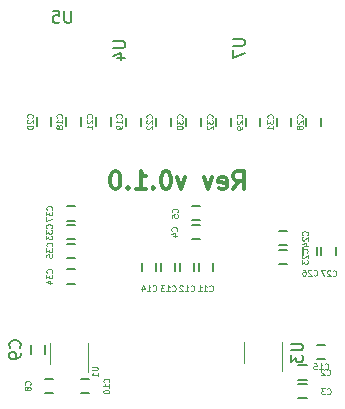
<source format=gbr>
G04 #@! TF.FileFunction,Legend,Bot*
%FSLAX46Y46*%
G04 Gerber Fmt 4.6, Leading zero omitted, Abs format (unit mm)*
G04 Created by KiCad (PCBNEW 4.0.4-stable) date Wednesday, May 10, 2017 'PMt' 03:49:53 PM*
%MOMM*%
%LPD*%
G01*
G04 APERTURE LIST*
%ADD10C,0.100000*%
%ADD11C,0.300000*%
%ADD12C,0.150000*%
%ADD13C,0.120000*%
%ADD14C,0.080000*%
G04 APERTURE END LIST*
D10*
D11*
X51361539Y-48049571D02*
X51861539Y-47335286D01*
X52218682Y-48049571D02*
X52218682Y-46549571D01*
X51647254Y-46549571D01*
X51504396Y-46621000D01*
X51432968Y-46692429D01*
X51361539Y-46835286D01*
X51361539Y-47049571D01*
X51432968Y-47192429D01*
X51504396Y-47263857D01*
X51647254Y-47335286D01*
X52218682Y-47335286D01*
X50147254Y-47978143D02*
X50290111Y-48049571D01*
X50575825Y-48049571D01*
X50718682Y-47978143D01*
X50790111Y-47835286D01*
X50790111Y-47263857D01*
X50718682Y-47121000D01*
X50575825Y-47049571D01*
X50290111Y-47049571D01*
X50147254Y-47121000D01*
X50075825Y-47263857D01*
X50075825Y-47406714D01*
X50790111Y-47549571D01*
X49575825Y-47049571D02*
X49218682Y-48049571D01*
X48861540Y-47049571D01*
X47290111Y-47049571D02*
X46932968Y-48049571D01*
X46575826Y-47049571D01*
X45718683Y-46549571D02*
X45575826Y-46549571D01*
X45432969Y-46621000D01*
X45361540Y-46692429D01*
X45290111Y-46835286D01*
X45218683Y-47121000D01*
X45218683Y-47478143D01*
X45290111Y-47763857D01*
X45361540Y-47906714D01*
X45432969Y-47978143D01*
X45575826Y-48049571D01*
X45718683Y-48049571D01*
X45861540Y-47978143D01*
X45932969Y-47906714D01*
X46004397Y-47763857D01*
X46075826Y-47478143D01*
X46075826Y-47121000D01*
X46004397Y-46835286D01*
X45932969Y-46692429D01*
X45861540Y-46621000D01*
X45718683Y-46549571D01*
X44575826Y-47906714D02*
X44504398Y-47978143D01*
X44575826Y-48049571D01*
X44647255Y-47978143D01*
X44575826Y-47906714D01*
X44575826Y-48049571D01*
X43075826Y-48049571D02*
X43932969Y-48049571D01*
X43504397Y-48049571D02*
X43504397Y-46549571D01*
X43647254Y-46763857D01*
X43790112Y-46906714D01*
X43932969Y-46978143D01*
X42432969Y-47906714D02*
X42361541Y-47978143D01*
X42432969Y-48049571D01*
X42504398Y-47978143D01*
X42432969Y-47906714D01*
X42432969Y-48049571D01*
X41432969Y-46549571D02*
X41290112Y-46549571D01*
X41147255Y-46621000D01*
X41075826Y-46692429D01*
X41004397Y-46835286D01*
X40932969Y-47121000D01*
X40932969Y-47478143D01*
X41004397Y-47763857D01*
X41075826Y-47906714D01*
X41147255Y-47978143D01*
X41290112Y-48049571D01*
X41432969Y-48049571D01*
X41575826Y-47978143D01*
X41647255Y-47906714D01*
X41718683Y-47763857D01*
X41790112Y-47478143D01*
X41790112Y-47121000D01*
X41718683Y-46835286D01*
X41647255Y-46692429D01*
X41575826Y-46621000D01*
X41432969Y-46549571D01*
D12*
X57548260Y-62981280D02*
X56848260Y-62981280D01*
X56848260Y-64181280D02*
X57548260Y-64181280D01*
X57548260Y-64566240D02*
X56848260Y-64566240D01*
X56848260Y-65766240D02*
X57548260Y-65766240D01*
X47846500Y-52263600D02*
X48546500Y-52263600D01*
X48546500Y-51063600D02*
X47846500Y-51063600D01*
X47846500Y-50701500D02*
X48546500Y-50701500D01*
X48546500Y-49501500D02*
X47846500Y-49501500D01*
X36113200Y-64119200D02*
X35413200Y-64119200D01*
X35413200Y-65319200D02*
X36113200Y-65319200D01*
X34210700Y-61283100D02*
X34210700Y-61983100D01*
X35410700Y-61983100D02*
X35410700Y-61283100D01*
X38423100Y-65319200D02*
X39123100Y-65319200D01*
X39123100Y-64119200D02*
X38423100Y-64119200D01*
X49602125Y-54997462D02*
X49602125Y-54297462D01*
X48402125Y-54297462D02*
X48402125Y-54997462D01*
X48001925Y-54997462D02*
X48001925Y-54297462D01*
X46801925Y-54297462D02*
X46801925Y-54997462D01*
X46424923Y-54988801D02*
X46424923Y-54288801D01*
X45224923Y-54288801D02*
X45224923Y-54988801D01*
X44824724Y-55001501D02*
X44824724Y-54301501D01*
X43624724Y-54301501D02*
X43624724Y-55001501D01*
X58400200Y-62461700D02*
X59100200Y-62461700D01*
X59100200Y-61261700D02*
X58400200Y-61261700D01*
X37220600Y-41966400D02*
X37220600Y-42666400D01*
X38420600Y-42666400D02*
X38420600Y-41966400D01*
X42287900Y-42004500D02*
X42287900Y-42704500D01*
X43487900Y-42704500D02*
X43487900Y-42004500D01*
X34718700Y-41979100D02*
X34718700Y-42679100D01*
X35918700Y-42679100D02*
X35918700Y-41979100D01*
X39760600Y-41979100D02*
X39760600Y-42679100D01*
X40960600Y-42679100D02*
X40960600Y-41979100D01*
X44827900Y-42004500D02*
X44827900Y-42704500D01*
X46027900Y-42704500D02*
X46027900Y-42004500D01*
X55917580Y-53181960D02*
X55217580Y-53181960D01*
X55217580Y-54381960D02*
X55917580Y-54381960D01*
X55902340Y-51612240D02*
X55202340Y-51612240D01*
X55202340Y-52812240D02*
X55902340Y-52812240D01*
X57235800Y-52939200D02*
X57235800Y-53639200D01*
X58435800Y-53639200D02*
X58435800Y-52939200D01*
X58810600Y-52939200D02*
X58810600Y-53639200D01*
X60010600Y-53639200D02*
X60010600Y-52939200D01*
X58740600Y-42704500D02*
X58740600Y-42004500D01*
X57540600Y-42004500D02*
X57540600Y-42704500D01*
X53635200Y-42704500D02*
X53635200Y-42004500D01*
X52435200Y-42004500D02*
X52435200Y-42704500D01*
X48580600Y-42704500D02*
X48580600Y-42004500D01*
X47380600Y-42004500D02*
X47380600Y-42704500D01*
X56238700Y-42704500D02*
X56238700Y-42004500D01*
X55038700Y-42004500D02*
X55038700Y-42704500D01*
X51120600Y-42704500D02*
X51120600Y-42004500D01*
X49920600Y-42004500D02*
X49920600Y-42704500D01*
X37229300Y-52276300D02*
X37929300Y-52276300D01*
X37929300Y-51076300D02*
X37229300Y-51076300D01*
X37929300Y-54848200D02*
X37229300Y-54848200D01*
X37229300Y-56048200D02*
X37929300Y-56048200D01*
X37929300Y-52663800D02*
X37229300Y-52663800D01*
X37229300Y-53863800D02*
X37929300Y-53863800D01*
X37229300Y-50714200D02*
X37929300Y-50714200D01*
X37929300Y-49514200D02*
X37229300Y-49514200D01*
D13*
X35829600Y-62888700D02*
X35829600Y-61088700D01*
X39049600Y-61088700D02*
X39049600Y-63538700D01*
X52281180Y-62789640D02*
X52281180Y-60989640D01*
X55501180Y-60989640D02*
X55501180Y-63439640D01*
D14*
X59237393Y-63759851D02*
X59261203Y-63783661D01*
X59332631Y-63807470D01*
X59380250Y-63807470D01*
X59451679Y-63783661D01*
X59499298Y-63736042D01*
X59523107Y-63688423D01*
X59546917Y-63593185D01*
X59546917Y-63521756D01*
X59523107Y-63426518D01*
X59499298Y-63378899D01*
X59451679Y-63331280D01*
X59380250Y-63307470D01*
X59332631Y-63307470D01*
X59261203Y-63331280D01*
X59237393Y-63355090D01*
X59046917Y-63355090D02*
X59023107Y-63331280D01*
X58975488Y-63307470D01*
X58856441Y-63307470D01*
X58808822Y-63331280D01*
X58785012Y-63355090D01*
X58761203Y-63402709D01*
X58761203Y-63450328D01*
X58785012Y-63521756D01*
X59070726Y-63807470D01*
X58761203Y-63807470D01*
X59288193Y-65370211D02*
X59312003Y-65394021D01*
X59383431Y-65417830D01*
X59431050Y-65417830D01*
X59502479Y-65394021D01*
X59550098Y-65346402D01*
X59573907Y-65298783D01*
X59597717Y-65203545D01*
X59597717Y-65132116D01*
X59573907Y-65036878D01*
X59550098Y-64989259D01*
X59502479Y-64941640D01*
X59431050Y-64917830D01*
X59383431Y-64917830D01*
X59312003Y-64941640D01*
X59288193Y-64965450D01*
X59121526Y-64917830D02*
X58812003Y-64917830D01*
X58978669Y-65108307D01*
X58907241Y-65108307D01*
X58859622Y-65132116D01*
X58835812Y-65155926D01*
X58812003Y-65203545D01*
X58812003Y-65322592D01*
X58835812Y-65370211D01*
X58859622Y-65394021D01*
X58907241Y-65417830D01*
X59050098Y-65417830D01*
X59097717Y-65394021D01*
X59121526Y-65370211D01*
X46558971Y-51580267D02*
X46582781Y-51556457D01*
X46606590Y-51485029D01*
X46606590Y-51437410D01*
X46582781Y-51365981D01*
X46535162Y-51318362D01*
X46487543Y-51294553D01*
X46392305Y-51270743D01*
X46320876Y-51270743D01*
X46225638Y-51294553D01*
X46178019Y-51318362D01*
X46130400Y-51365981D01*
X46106590Y-51437410D01*
X46106590Y-51485029D01*
X46130400Y-51556457D01*
X46154210Y-51580267D01*
X46273257Y-52008838D02*
X46606590Y-52008838D01*
X46082781Y-51889791D02*
X46439924Y-51770743D01*
X46439924Y-52080267D01*
X46597071Y-50005467D02*
X46620881Y-49981657D01*
X46644690Y-49910229D01*
X46644690Y-49862610D01*
X46620881Y-49791181D01*
X46573262Y-49743562D01*
X46525643Y-49719753D01*
X46430405Y-49695943D01*
X46358976Y-49695943D01*
X46263738Y-49719753D01*
X46216119Y-49743562D01*
X46168500Y-49791181D01*
X46144690Y-49862610D01*
X46144690Y-49910229D01*
X46168500Y-49981657D01*
X46192310Y-50005467D01*
X46144690Y-50457848D02*
X46144690Y-50219753D01*
X46382786Y-50195943D01*
X46358976Y-50219753D01*
X46335167Y-50267372D01*
X46335167Y-50386419D01*
X46358976Y-50434038D01*
X46382786Y-50457848D01*
X46430405Y-50481657D01*
X46549452Y-50481657D01*
X46597071Y-50457848D01*
X46620881Y-50434038D01*
X46644690Y-50386419D01*
X46644690Y-50267372D01*
X46620881Y-50219753D01*
X46597071Y-50195943D01*
X34138371Y-64610467D02*
X34162181Y-64586657D01*
X34185990Y-64515229D01*
X34185990Y-64467610D01*
X34162181Y-64396181D01*
X34114562Y-64348562D01*
X34066943Y-64324753D01*
X33971705Y-64300943D01*
X33900276Y-64300943D01*
X33805038Y-64324753D01*
X33757419Y-64348562D01*
X33709800Y-64396181D01*
X33685990Y-64467610D01*
X33685990Y-64515229D01*
X33709800Y-64586657D01*
X33733610Y-64610467D01*
X33900276Y-64896181D02*
X33876467Y-64848562D01*
X33852657Y-64824753D01*
X33805038Y-64800943D01*
X33781229Y-64800943D01*
X33733610Y-64824753D01*
X33709800Y-64848562D01*
X33685990Y-64896181D01*
X33685990Y-64991419D01*
X33709800Y-65039038D01*
X33733610Y-65062848D01*
X33781229Y-65086657D01*
X33805038Y-65086657D01*
X33852657Y-65062848D01*
X33876467Y-65039038D01*
X33900276Y-64991419D01*
X33900276Y-64896181D01*
X33924086Y-64848562D01*
X33947895Y-64824753D01*
X33995514Y-64800943D01*
X34090752Y-64800943D01*
X34138371Y-64824753D01*
X34162181Y-64848562D01*
X34185990Y-64896181D01*
X34185990Y-64991419D01*
X34162181Y-65039038D01*
X34138371Y-65062848D01*
X34090752Y-65086657D01*
X33995514Y-65086657D01*
X33947895Y-65062848D01*
X33924086Y-65039038D01*
X33900276Y-64991419D01*
D12*
X33267843Y-61466434D02*
X33315462Y-61418815D01*
X33363081Y-61275958D01*
X33363081Y-61180720D01*
X33315462Y-61037862D01*
X33220224Y-60942624D01*
X33124986Y-60895005D01*
X32934510Y-60847386D01*
X32791652Y-60847386D01*
X32601176Y-60895005D01*
X32505938Y-60942624D01*
X32410700Y-61037862D01*
X32363081Y-61180720D01*
X32363081Y-61275958D01*
X32410700Y-61418815D01*
X32458319Y-61466434D01*
X33363081Y-61942624D02*
X33363081Y-62133100D01*
X33315462Y-62228339D01*
X33267843Y-62275958D01*
X33124986Y-62371196D01*
X32934510Y-62418815D01*
X32553557Y-62418815D01*
X32458319Y-62371196D01*
X32410700Y-62323577D01*
X32363081Y-62228339D01*
X32363081Y-62037862D01*
X32410700Y-61942624D01*
X32458319Y-61895005D01*
X32553557Y-61847386D01*
X32791652Y-61847386D01*
X32886890Y-61895005D01*
X32934510Y-61942624D01*
X32982129Y-62037862D01*
X32982129Y-62228339D01*
X32934510Y-62323577D01*
X32886890Y-62371196D01*
X32791652Y-62418815D01*
D14*
X40805871Y-64397772D02*
X40829681Y-64373962D01*
X40853490Y-64302534D01*
X40853490Y-64254915D01*
X40829681Y-64183486D01*
X40782062Y-64135867D01*
X40734443Y-64112058D01*
X40639205Y-64088248D01*
X40567776Y-64088248D01*
X40472538Y-64112058D01*
X40424919Y-64135867D01*
X40377300Y-64183486D01*
X40353490Y-64254915D01*
X40353490Y-64302534D01*
X40377300Y-64373962D01*
X40401110Y-64397772D01*
X40853490Y-64873962D02*
X40853490Y-64588248D01*
X40853490Y-64731105D02*
X40353490Y-64731105D01*
X40424919Y-64683486D01*
X40472538Y-64635867D01*
X40496348Y-64588248D01*
X40353490Y-65183486D02*
X40353490Y-65231105D01*
X40377300Y-65278724D01*
X40401110Y-65302533D01*
X40448729Y-65326343D01*
X40543967Y-65350152D01*
X40663014Y-65350152D01*
X40758252Y-65326343D01*
X40805871Y-65302533D01*
X40829681Y-65278724D01*
X40853490Y-65231105D01*
X40853490Y-65183486D01*
X40829681Y-65135867D01*
X40805871Y-65112057D01*
X40758252Y-65088248D01*
X40663014Y-65064438D01*
X40543967Y-65064438D01*
X40448729Y-65088248D01*
X40401110Y-65112057D01*
X40377300Y-65135867D01*
X40353490Y-65183486D01*
X49323553Y-56654833D02*
X49347363Y-56678643D01*
X49418791Y-56702452D01*
X49466410Y-56702452D01*
X49537839Y-56678643D01*
X49585458Y-56631024D01*
X49609267Y-56583405D01*
X49633077Y-56488167D01*
X49633077Y-56416738D01*
X49609267Y-56321500D01*
X49585458Y-56273881D01*
X49537839Y-56226262D01*
X49466410Y-56202452D01*
X49418791Y-56202452D01*
X49347363Y-56226262D01*
X49323553Y-56250072D01*
X48847363Y-56702452D02*
X49133077Y-56702452D01*
X48990220Y-56702452D02*
X48990220Y-56202452D01*
X49037839Y-56273881D01*
X49085458Y-56321500D01*
X49133077Y-56345310D01*
X48371173Y-56702452D02*
X48656887Y-56702452D01*
X48514030Y-56702452D02*
X48514030Y-56202452D01*
X48561649Y-56273881D01*
X48609268Y-56321500D01*
X48656887Y-56345310D01*
X47723353Y-56654833D02*
X47747163Y-56678643D01*
X47818591Y-56702452D01*
X47866210Y-56702452D01*
X47937639Y-56678643D01*
X47985258Y-56631024D01*
X48009067Y-56583405D01*
X48032877Y-56488167D01*
X48032877Y-56416738D01*
X48009067Y-56321500D01*
X47985258Y-56273881D01*
X47937639Y-56226262D01*
X47866210Y-56202452D01*
X47818591Y-56202452D01*
X47747163Y-56226262D01*
X47723353Y-56250072D01*
X47247163Y-56702452D02*
X47532877Y-56702452D01*
X47390020Y-56702452D02*
X47390020Y-56202452D01*
X47437639Y-56273881D01*
X47485258Y-56321500D01*
X47532877Y-56345310D01*
X47056687Y-56250072D02*
X47032877Y-56226262D01*
X46985258Y-56202452D01*
X46866211Y-56202452D01*
X46818592Y-56226262D01*
X46794782Y-56250072D01*
X46770973Y-56297691D01*
X46770973Y-56345310D01*
X46794782Y-56416738D01*
X47080496Y-56702452D01*
X46770973Y-56702452D01*
X46146351Y-56658872D02*
X46170161Y-56682682D01*
X46241589Y-56706491D01*
X46289208Y-56706491D01*
X46360637Y-56682682D01*
X46408256Y-56635063D01*
X46432065Y-56587444D01*
X46455875Y-56492206D01*
X46455875Y-56420777D01*
X46432065Y-56325539D01*
X46408256Y-56277920D01*
X46360637Y-56230301D01*
X46289208Y-56206491D01*
X46241589Y-56206491D01*
X46170161Y-56230301D01*
X46146351Y-56254111D01*
X45670161Y-56706491D02*
X45955875Y-56706491D01*
X45813018Y-56706491D02*
X45813018Y-56206491D01*
X45860637Y-56277920D01*
X45908256Y-56325539D01*
X45955875Y-56349349D01*
X45503494Y-56206491D02*
X45193971Y-56206491D01*
X45360637Y-56396968D01*
X45289209Y-56396968D01*
X45241590Y-56420777D01*
X45217780Y-56444587D01*
X45193971Y-56492206D01*
X45193971Y-56611253D01*
X45217780Y-56658872D01*
X45241590Y-56682682D01*
X45289209Y-56706491D01*
X45432066Y-56706491D01*
X45479685Y-56682682D01*
X45503494Y-56658872D01*
X44520752Y-56633472D02*
X44544562Y-56657282D01*
X44615990Y-56681091D01*
X44663609Y-56681091D01*
X44735038Y-56657282D01*
X44782657Y-56609663D01*
X44806466Y-56562044D01*
X44830276Y-56466806D01*
X44830276Y-56395377D01*
X44806466Y-56300139D01*
X44782657Y-56252520D01*
X44735038Y-56204901D01*
X44663609Y-56181091D01*
X44615990Y-56181091D01*
X44544562Y-56204901D01*
X44520752Y-56228711D01*
X44044562Y-56681091D02*
X44330276Y-56681091D01*
X44187419Y-56681091D02*
X44187419Y-56181091D01*
X44235038Y-56252520D01*
X44282657Y-56300139D01*
X44330276Y-56323949D01*
X43615991Y-56347758D02*
X43615991Y-56681091D01*
X43735038Y-56157282D02*
X43854086Y-56514425D01*
X43544562Y-56514425D01*
X59071628Y-63259471D02*
X59095438Y-63283281D01*
X59166866Y-63307090D01*
X59214485Y-63307090D01*
X59285914Y-63283281D01*
X59333533Y-63235662D01*
X59357342Y-63188043D01*
X59381152Y-63092805D01*
X59381152Y-63021376D01*
X59357342Y-62926138D01*
X59333533Y-62878519D01*
X59285914Y-62830900D01*
X59214485Y-62807090D01*
X59166866Y-62807090D01*
X59095438Y-62830900D01*
X59071628Y-62854710D01*
X58595438Y-63307090D02*
X58881152Y-63307090D01*
X58738295Y-63307090D02*
X58738295Y-62807090D01*
X58785914Y-62878519D01*
X58833533Y-62926138D01*
X58881152Y-62949948D01*
X58143057Y-62807090D02*
X58381152Y-62807090D01*
X58404962Y-63045186D01*
X58381152Y-63021376D01*
X58333533Y-62997567D01*
X58214486Y-62997567D01*
X58166867Y-63021376D01*
X58143057Y-63045186D01*
X58119248Y-63092805D01*
X58119248Y-63211852D01*
X58143057Y-63259471D01*
X58166867Y-63283281D01*
X58214486Y-63307090D01*
X58333533Y-63307090D01*
X58381152Y-63283281D01*
X58404962Y-63259471D01*
X36805371Y-41994972D02*
X36829181Y-41971162D01*
X36852990Y-41899734D01*
X36852990Y-41852115D01*
X36829181Y-41780686D01*
X36781562Y-41733067D01*
X36733943Y-41709258D01*
X36638705Y-41685448D01*
X36567276Y-41685448D01*
X36472038Y-41709258D01*
X36424419Y-41733067D01*
X36376800Y-41780686D01*
X36352990Y-41852115D01*
X36352990Y-41899734D01*
X36376800Y-41971162D01*
X36400610Y-41994972D01*
X36852990Y-42471162D02*
X36852990Y-42185448D01*
X36852990Y-42328305D02*
X36352990Y-42328305D01*
X36424419Y-42280686D01*
X36472038Y-42233067D01*
X36495848Y-42185448D01*
X36567276Y-42756876D02*
X36543467Y-42709257D01*
X36519657Y-42685448D01*
X36472038Y-42661638D01*
X36448229Y-42661638D01*
X36400610Y-42685448D01*
X36376800Y-42709257D01*
X36352990Y-42756876D01*
X36352990Y-42852114D01*
X36376800Y-42899733D01*
X36400610Y-42923543D01*
X36448229Y-42947352D01*
X36472038Y-42947352D01*
X36519657Y-42923543D01*
X36543467Y-42899733D01*
X36567276Y-42852114D01*
X36567276Y-42756876D01*
X36591086Y-42709257D01*
X36614895Y-42685448D01*
X36662514Y-42661638D01*
X36757752Y-42661638D01*
X36805371Y-42685448D01*
X36829181Y-42709257D01*
X36852990Y-42756876D01*
X36852990Y-42852114D01*
X36829181Y-42899733D01*
X36805371Y-42923543D01*
X36757752Y-42947352D01*
X36662514Y-42947352D01*
X36614895Y-42923543D01*
X36591086Y-42899733D01*
X36567276Y-42852114D01*
X41872671Y-42007672D02*
X41896481Y-41983862D01*
X41920290Y-41912434D01*
X41920290Y-41864815D01*
X41896481Y-41793386D01*
X41848862Y-41745767D01*
X41801243Y-41721958D01*
X41706005Y-41698148D01*
X41634576Y-41698148D01*
X41539338Y-41721958D01*
X41491719Y-41745767D01*
X41444100Y-41793386D01*
X41420290Y-41864815D01*
X41420290Y-41912434D01*
X41444100Y-41983862D01*
X41467910Y-42007672D01*
X41920290Y-42483862D02*
X41920290Y-42198148D01*
X41920290Y-42341005D02*
X41420290Y-42341005D01*
X41491719Y-42293386D01*
X41539338Y-42245767D01*
X41563148Y-42198148D01*
X41920290Y-42721957D02*
X41920290Y-42817195D01*
X41896481Y-42864814D01*
X41872671Y-42888624D01*
X41801243Y-42936243D01*
X41706005Y-42960052D01*
X41515529Y-42960052D01*
X41467910Y-42936243D01*
X41444100Y-42912433D01*
X41420290Y-42864814D01*
X41420290Y-42769576D01*
X41444100Y-42721957D01*
X41467910Y-42698148D01*
X41515529Y-42674338D01*
X41634576Y-42674338D01*
X41682195Y-42698148D01*
X41706005Y-42721957D01*
X41729814Y-42769576D01*
X41729814Y-42864814D01*
X41706005Y-42912433D01*
X41682195Y-42936243D01*
X41634576Y-42960052D01*
X34328871Y-42007672D02*
X34352681Y-41983862D01*
X34376490Y-41912434D01*
X34376490Y-41864815D01*
X34352681Y-41793386D01*
X34305062Y-41745767D01*
X34257443Y-41721958D01*
X34162205Y-41698148D01*
X34090776Y-41698148D01*
X33995538Y-41721958D01*
X33947919Y-41745767D01*
X33900300Y-41793386D01*
X33876490Y-41864815D01*
X33876490Y-41912434D01*
X33900300Y-41983862D01*
X33924110Y-42007672D01*
X33924110Y-42198148D02*
X33900300Y-42221958D01*
X33876490Y-42269577D01*
X33876490Y-42388624D01*
X33900300Y-42436243D01*
X33924110Y-42460053D01*
X33971729Y-42483862D01*
X34019348Y-42483862D01*
X34090776Y-42460053D01*
X34376490Y-42174339D01*
X34376490Y-42483862D01*
X33876490Y-42793386D02*
X33876490Y-42841005D01*
X33900300Y-42888624D01*
X33924110Y-42912433D01*
X33971729Y-42936243D01*
X34066967Y-42960052D01*
X34186014Y-42960052D01*
X34281252Y-42936243D01*
X34328871Y-42912433D01*
X34352681Y-42888624D01*
X34376490Y-42841005D01*
X34376490Y-42793386D01*
X34352681Y-42745767D01*
X34328871Y-42721957D01*
X34281252Y-42698148D01*
X34186014Y-42674338D01*
X34066967Y-42674338D01*
X33971729Y-42698148D01*
X33924110Y-42721957D01*
X33900300Y-42745767D01*
X33876490Y-42793386D01*
X39370771Y-42007672D02*
X39394581Y-41983862D01*
X39418390Y-41912434D01*
X39418390Y-41864815D01*
X39394581Y-41793386D01*
X39346962Y-41745767D01*
X39299343Y-41721958D01*
X39204105Y-41698148D01*
X39132676Y-41698148D01*
X39037438Y-41721958D01*
X38989819Y-41745767D01*
X38942200Y-41793386D01*
X38918390Y-41864815D01*
X38918390Y-41912434D01*
X38942200Y-41983862D01*
X38966010Y-42007672D01*
X38966010Y-42198148D02*
X38942200Y-42221958D01*
X38918390Y-42269577D01*
X38918390Y-42388624D01*
X38942200Y-42436243D01*
X38966010Y-42460053D01*
X39013629Y-42483862D01*
X39061248Y-42483862D01*
X39132676Y-42460053D01*
X39418390Y-42174339D01*
X39418390Y-42483862D01*
X39418390Y-42960052D02*
X39418390Y-42674338D01*
X39418390Y-42817195D02*
X38918390Y-42817195D01*
X38989819Y-42769576D01*
X39037438Y-42721957D01*
X39061248Y-42674338D01*
X44438071Y-42033072D02*
X44461881Y-42009262D01*
X44485690Y-41937834D01*
X44485690Y-41890215D01*
X44461881Y-41818786D01*
X44414262Y-41771167D01*
X44366643Y-41747358D01*
X44271405Y-41723548D01*
X44199976Y-41723548D01*
X44104738Y-41747358D01*
X44057119Y-41771167D01*
X44009500Y-41818786D01*
X43985690Y-41890215D01*
X43985690Y-41937834D01*
X44009500Y-42009262D01*
X44033310Y-42033072D01*
X44033310Y-42223548D02*
X44009500Y-42247358D01*
X43985690Y-42294977D01*
X43985690Y-42414024D01*
X44009500Y-42461643D01*
X44033310Y-42485453D01*
X44080929Y-42509262D01*
X44128548Y-42509262D01*
X44199976Y-42485453D01*
X44485690Y-42199739D01*
X44485690Y-42509262D01*
X44033310Y-42699738D02*
X44009500Y-42723548D01*
X43985690Y-42771167D01*
X43985690Y-42890214D01*
X44009500Y-42937833D01*
X44033310Y-42961643D01*
X44080929Y-42985452D01*
X44128548Y-42985452D01*
X44199976Y-42961643D01*
X44485690Y-42675929D01*
X44485690Y-42985452D01*
X57600351Y-53422432D02*
X57624161Y-53398622D01*
X57647970Y-53327194D01*
X57647970Y-53279575D01*
X57624161Y-53208146D01*
X57576542Y-53160527D01*
X57528923Y-53136718D01*
X57433685Y-53112908D01*
X57362256Y-53112908D01*
X57267018Y-53136718D01*
X57219399Y-53160527D01*
X57171780Y-53208146D01*
X57147970Y-53279575D01*
X57147970Y-53327194D01*
X57171780Y-53398622D01*
X57195590Y-53422432D01*
X57195590Y-53612908D02*
X57171780Y-53636718D01*
X57147970Y-53684337D01*
X57147970Y-53803384D01*
X57171780Y-53851003D01*
X57195590Y-53874813D01*
X57243209Y-53898622D01*
X57290828Y-53898622D01*
X57362256Y-53874813D01*
X57647970Y-53589099D01*
X57647970Y-53898622D01*
X57147970Y-54065289D02*
X57147970Y-54374812D01*
X57338447Y-54208146D01*
X57338447Y-54279574D01*
X57362256Y-54327193D01*
X57386066Y-54351003D01*
X57433685Y-54374812D01*
X57552732Y-54374812D01*
X57600351Y-54351003D01*
X57624161Y-54327193D01*
X57647970Y-54279574D01*
X57647970Y-54136717D01*
X57624161Y-54089098D01*
X57600351Y-54065289D01*
X57610511Y-51928912D02*
X57634321Y-51905102D01*
X57658130Y-51833674D01*
X57658130Y-51786055D01*
X57634321Y-51714626D01*
X57586702Y-51667007D01*
X57539083Y-51643198D01*
X57443845Y-51619388D01*
X57372416Y-51619388D01*
X57277178Y-51643198D01*
X57229559Y-51667007D01*
X57181940Y-51714626D01*
X57158130Y-51786055D01*
X57158130Y-51833674D01*
X57181940Y-51905102D01*
X57205750Y-51928912D01*
X57205750Y-52119388D02*
X57181940Y-52143198D01*
X57158130Y-52190817D01*
X57158130Y-52309864D01*
X57181940Y-52357483D01*
X57205750Y-52381293D01*
X57253369Y-52405102D01*
X57300988Y-52405102D01*
X57372416Y-52381293D01*
X57658130Y-52095579D01*
X57658130Y-52405102D01*
X57324797Y-52833673D02*
X57658130Y-52833673D01*
X57134321Y-52714626D02*
X57491464Y-52595578D01*
X57491464Y-52905102D01*
X58144528Y-55321971D02*
X58168338Y-55345781D01*
X58239766Y-55369590D01*
X58287385Y-55369590D01*
X58358814Y-55345781D01*
X58406433Y-55298162D01*
X58430242Y-55250543D01*
X58454052Y-55155305D01*
X58454052Y-55083876D01*
X58430242Y-54988638D01*
X58406433Y-54941019D01*
X58358814Y-54893400D01*
X58287385Y-54869590D01*
X58239766Y-54869590D01*
X58168338Y-54893400D01*
X58144528Y-54917210D01*
X57954052Y-54917210D02*
X57930242Y-54893400D01*
X57882623Y-54869590D01*
X57763576Y-54869590D01*
X57715957Y-54893400D01*
X57692147Y-54917210D01*
X57668338Y-54964829D01*
X57668338Y-55012448D01*
X57692147Y-55083876D01*
X57977861Y-55369590D01*
X57668338Y-55369590D01*
X57239767Y-54869590D02*
X57335005Y-54869590D01*
X57382624Y-54893400D01*
X57406433Y-54917210D01*
X57454052Y-54988638D01*
X57477862Y-55083876D01*
X57477862Y-55274352D01*
X57454052Y-55321971D01*
X57430243Y-55345781D01*
X57382624Y-55369590D01*
X57287386Y-55369590D01*
X57239767Y-55345781D01*
X57215957Y-55321971D01*
X57192148Y-55274352D01*
X57192148Y-55155305D01*
X57215957Y-55107686D01*
X57239767Y-55083876D01*
X57287386Y-55060067D01*
X57382624Y-55060067D01*
X57430243Y-55083876D01*
X57454052Y-55107686D01*
X57477862Y-55155305D01*
X59757428Y-55372771D02*
X59781238Y-55396581D01*
X59852666Y-55420390D01*
X59900285Y-55420390D01*
X59971714Y-55396581D01*
X60019333Y-55348962D01*
X60043142Y-55301343D01*
X60066952Y-55206105D01*
X60066952Y-55134676D01*
X60043142Y-55039438D01*
X60019333Y-54991819D01*
X59971714Y-54944200D01*
X59900285Y-54920390D01*
X59852666Y-54920390D01*
X59781238Y-54944200D01*
X59757428Y-54968010D01*
X59566952Y-54968010D02*
X59543142Y-54944200D01*
X59495523Y-54920390D01*
X59376476Y-54920390D01*
X59328857Y-54944200D01*
X59305047Y-54968010D01*
X59281238Y-55015629D01*
X59281238Y-55063248D01*
X59305047Y-55134676D01*
X59590761Y-55420390D01*
X59281238Y-55420390D01*
X59114571Y-54920390D02*
X58781238Y-54920390D01*
X58995524Y-55420390D01*
X57176171Y-42033072D02*
X57199981Y-42009262D01*
X57223790Y-41937834D01*
X57223790Y-41890215D01*
X57199981Y-41818786D01*
X57152362Y-41771167D01*
X57104743Y-41747358D01*
X57009505Y-41723548D01*
X56938076Y-41723548D01*
X56842838Y-41747358D01*
X56795219Y-41771167D01*
X56747600Y-41818786D01*
X56723790Y-41890215D01*
X56723790Y-41937834D01*
X56747600Y-42009262D01*
X56771410Y-42033072D01*
X56771410Y-42223548D02*
X56747600Y-42247358D01*
X56723790Y-42294977D01*
X56723790Y-42414024D01*
X56747600Y-42461643D01*
X56771410Y-42485453D01*
X56819029Y-42509262D01*
X56866648Y-42509262D01*
X56938076Y-42485453D01*
X57223790Y-42199739D01*
X57223790Y-42509262D01*
X56938076Y-42794976D02*
X56914267Y-42747357D01*
X56890457Y-42723548D01*
X56842838Y-42699738D01*
X56819029Y-42699738D01*
X56771410Y-42723548D01*
X56747600Y-42747357D01*
X56723790Y-42794976D01*
X56723790Y-42890214D01*
X56747600Y-42937833D01*
X56771410Y-42961643D01*
X56819029Y-42985452D01*
X56842838Y-42985452D01*
X56890457Y-42961643D01*
X56914267Y-42937833D01*
X56938076Y-42890214D01*
X56938076Y-42794976D01*
X56961886Y-42747357D01*
X56985695Y-42723548D01*
X57033314Y-42699738D01*
X57128552Y-42699738D01*
X57176171Y-42723548D01*
X57199981Y-42747357D01*
X57223790Y-42794976D01*
X57223790Y-42890214D01*
X57199981Y-42937833D01*
X57176171Y-42961643D01*
X57128552Y-42985452D01*
X57033314Y-42985452D01*
X56985695Y-42961643D01*
X56961886Y-42937833D01*
X56938076Y-42890214D01*
X52070771Y-42058472D02*
X52094581Y-42034662D01*
X52118390Y-41963234D01*
X52118390Y-41915615D01*
X52094581Y-41844186D01*
X52046962Y-41796567D01*
X51999343Y-41772758D01*
X51904105Y-41748948D01*
X51832676Y-41748948D01*
X51737438Y-41772758D01*
X51689819Y-41796567D01*
X51642200Y-41844186D01*
X51618390Y-41915615D01*
X51618390Y-41963234D01*
X51642200Y-42034662D01*
X51666010Y-42058472D01*
X51666010Y-42248948D02*
X51642200Y-42272758D01*
X51618390Y-42320377D01*
X51618390Y-42439424D01*
X51642200Y-42487043D01*
X51666010Y-42510853D01*
X51713629Y-42534662D01*
X51761248Y-42534662D01*
X51832676Y-42510853D01*
X52118390Y-42225139D01*
X52118390Y-42534662D01*
X52118390Y-42772757D02*
X52118390Y-42867995D01*
X52094581Y-42915614D01*
X52070771Y-42939424D01*
X51999343Y-42987043D01*
X51904105Y-43010852D01*
X51713629Y-43010852D01*
X51666010Y-42987043D01*
X51642200Y-42963233D01*
X51618390Y-42915614D01*
X51618390Y-42820376D01*
X51642200Y-42772757D01*
X51666010Y-42748948D01*
X51713629Y-42725138D01*
X51832676Y-42725138D01*
X51880295Y-42748948D01*
X51904105Y-42772757D01*
X51927914Y-42820376D01*
X51927914Y-42915614D01*
X51904105Y-42963233D01*
X51880295Y-42987043D01*
X51832676Y-43010852D01*
X47016171Y-42033072D02*
X47039981Y-42009262D01*
X47063790Y-41937834D01*
X47063790Y-41890215D01*
X47039981Y-41818786D01*
X46992362Y-41771167D01*
X46944743Y-41747358D01*
X46849505Y-41723548D01*
X46778076Y-41723548D01*
X46682838Y-41747358D01*
X46635219Y-41771167D01*
X46587600Y-41818786D01*
X46563790Y-41890215D01*
X46563790Y-41937834D01*
X46587600Y-42009262D01*
X46611410Y-42033072D01*
X46563790Y-42199739D02*
X46563790Y-42509262D01*
X46754267Y-42342596D01*
X46754267Y-42414024D01*
X46778076Y-42461643D01*
X46801886Y-42485453D01*
X46849505Y-42509262D01*
X46968552Y-42509262D01*
X47016171Y-42485453D01*
X47039981Y-42461643D01*
X47063790Y-42414024D01*
X47063790Y-42271167D01*
X47039981Y-42223548D01*
X47016171Y-42199739D01*
X46563790Y-42818786D02*
X46563790Y-42866405D01*
X46587600Y-42914024D01*
X46611410Y-42937833D01*
X46659029Y-42961643D01*
X46754267Y-42985452D01*
X46873314Y-42985452D01*
X46968552Y-42961643D01*
X47016171Y-42937833D01*
X47039981Y-42914024D01*
X47063790Y-42866405D01*
X47063790Y-42818786D01*
X47039981Y-42771167D01*
X47016171Y-42747357D01*
X46968552Y-42723548D01*
X46873314Y-42699738D01*
X46754267Y-42699738D01*
X46659029Y-42723548D01*
X46611410Y-42747357D01*
X46587600Y-42771167D01*
X46563790Y-42818786D01*
X54674271Y-42033072D02*
X54698081Y-42009262D01*
X54721890Y-41937834D01*
X54721890Y-41890215D01*
X54698081Y-41818786D01*
X54650462Y-41771167D01*
X54602843Y-41747358D01*
X54507605Y-41723548D01*
X54436176Y-41723548D01*
X54340938Y-41747358D01*
X54293319Y-41771167D01*
X54245700Y-41818786D01*
X54221890Y-41890215D01*
X54221890Y-41937834D01*
X54245700Y-42009262D01*
X54269510Y-42033072D01*
X54221890Y-42199739D02*
X54221890Y-42509262D01*
X54412367Y-42342596D01*
X54412367Y-42414024D01*
X54436176Y-42461643D01*
X54459986Y-42485453D01*
X54507605Y-42509262D01*
X54626652Y-42509262D01*
X54674271Y-42485453D01*
X54698081Y-42461643D01*
X54721890Y-42414024D01*
X54721890Y-42271167D01*
X54698081Y-42223548D01*
X54674271Y-42199739D01*
X54721890Y-42985452D02*
X54721890Y-42699738D01*
X54721890Y-42842595D02*
X54221890Y-42842595D01*
X54293319Y-42794976D01*
X54340938Y-42747357D01*
X54364748Y-42699738D01*
X49556171Y-42033072D02*
X49579981Y-42009262D01*
X49603790Y-41937834D01*
X49603790Y-41890215D01*
X49579981Y-41818786D01*
X49532362Y-41771167D01*
X49484743Y-41747358D01*
X49389505Y-41723548D01*
X49318076Y-41723548D01*
X49222838Y-41747358D01*
X49175219Y-41771167D01*
X49127600Y-41818786D01*
X49103790Y-41890215D01*
X49103790Y-41937834D01*
X49127600Y-42009262D01*
X49151410Y-42033072D01*
X49103790Y-42199739D02*
X49103790Y-42509262D01*
X49294267Y-42342596D01*
X49294267Y-42414024D01*
X49318076Y-42461643D01*
X49341886Y-42485453D01*
X49389505Y-42509262D01*
X49508552Y-42509262D01*
X49556171Y-42485453D01*
X49579981Y-42461643D01*
X49603790Y-42414024D01*
X49603790Y-42271167D01*
X49579981Y-42223548D01*
X49556171Y-42199739D01*
X49151410Y-42699738D02*
X49127600Y-42723548D01*
X49103790Y-42771167D01*
X49103790Y-42890214D01*
X49127600Y-42937833D01*
X49151410Y-42961643D01*
X49199029Y-42985452D01*
X49246648Y-42985452D01*
X49318076Y-42961643D01*
X49603790Y-42675929D01*
X49603790Y-42985452D01*
X35941771Y-51342172D02*
X35965581Y-51318362D01*
X35989390Y-51246934D01*
X35989390Y-51199315D01*
X35965581Y-51127886D01*
X35917962Y-51080267D01*
X35870343Y-51056458D01*
X35775105Y-51032648D01*
X35703676Y-51032648D01*
X35608438Y-51056458D01*
X35560819Y-51080267D01*
X35513200Y-51127886D01*
X35489390Y-51199315D01*
X35489390Y-51246934D01*
X35513200Y-51318362D01*
X35537010Y-51342172D01*
X35489390Y-51508839D02*
X35489390Y-51818362D01*
X35679867Y-51651696D01*
X35679867Y-51723124D01*
X35703676Y-51770743D01*
X35727486Y-51794553D01*
X35775105Y-51818362D01*
X35894152Y-51818362D01*
X35941771Y-51794553D01*
X35965581Y-51770743D01*
X35989390Y-51723124D01*
X35989390Y-51580267D01*
X35965581Y-51532648D01*
X35941771Y-51508839D01*
X35489390Y-51985029D02*
X35489390Y-52294552D01*
X35679867Y-52127886D01*
X35679867Y-52199314D01*
X35703676Y-52246933D01*
X35727486Y-52270743D01*
X35775105Y-52294552D01*
X35894152Y-52294552D01*
X35941771Y-52270743D01*
X35965581Y-52246933D01*
X35989390Y-52199314D01*
X35989390Y-52056457D01*
X35965581Y-52008838D01*
X35941771Y-51985029D01*
X35979871Y-55126772D02*
X36003681Y-55102962D01*
X36027490Y-55031534D01*
X36027490Y-54983915D01*
X36003681Y-54912486D01*
X35956062Y-54864867D01*
X35908443Y-54841058D01*
X35813205Y-54817248D01*
X35741776Y-54817248D01*
X35646538Y-54841058D01*
X35598919Y-54864867D01*
X35551300Y-54912486D01*
X35527490Y-54983915D01*
X35527490Y-55031534D01*
X35551300Y-55102962D01*
X35575110Y-55126772D01*
X35527490Y-55293439D02*
X35527490Y-55602962D01*
X35717967Y-55436296D01*
X35717967Y-55507724D01*
X35741776Y-55555343D01*
X35765586Y-55579153D01*
X35813205Y-55602962D01*
X35932252Y-55602962D01*
X35979871Y-55579153D01*
X36003681Y-55555343D01*
X36027490Y-55507724D01*
X36027490Y-55364867D01*
X36003681Y-55317248D01*
X35979871Y-55293439D01*
X35694157Y-56031533D02*
X36027490Y-56031533D01*
X35503681Y-55912486D02*
X35860824Y-55793438D01*
X35860824Y-56102962D01*
X35979871Y-52904272D02*
X36003681Y-52880462D01*
X36027490Y-52809034D01*
X36027490Y-52761415D01*
X36003681Y-52689986D01*
X35956062Y-52642367D01*
X35908443Y-52618558D01*
X35813205Y-52594748D01*
X35741776Y-52594748D01*
X35646538Y-52618558D01*
X35598919Y-52642367D01*
X35551300Y-52689986D01*
X35527490Y-52761415D01*
X35527490Y-52809034D01*
X35551300Y-52880462D01*
X35575110Y-52904272D01*
X35527490Y-53070939D02*
X35527490Y-53380462D01*
X35717967Y-53213796D01*
X35717967Y-53285224D01*
X35741776Y-53332843D01*
X35765586Y-53356653D01*
X35813205Y-53380462D01*
X35932252Y-53380462D01*
X35979871Y-53356653D01*
X36003681Y-53332843D01*
X36027490Y-53285224D01*
X36027490Y-53142367D01*
X36003681Y-53094748D01*
X35979871Y-53070939D01*
X35527490Y-53832843D02*
X35527490Y-53594748D01*
X35765586Y-53570938D01*
X35741776Y-53594748D01*
X35717967Y-53642367D01*
X35717967Y-53761414D01*
X35741776Y-53809033D01*
X35765586Y-53832843D01*
X35813205Y-53856652D01*
X35932252Y-53856652D01*
X35979871Y-53832843D01*
X36003681Y-53809033D01*
X36027490Y-53761414D01*
X36027490Y-53642367D01*
X36003681Y-53594748D01*
X35979871Y-53570938D01*
X35967171Y-49792772D02*
X35990981Y-49768962D01*
X36014790Y-49697534D01*
X36014790Y-49649915D01*
X35990981Y-49578486D01*
X35943362Y-49530867D01*
X35895743Y-49507058D01*
X35800505Y-49483248D01*
X35729076Y-49483248D01*
X35633838Y-49507058D01*
X35586219Y-49530867D01*
X35538600Y-49578486D01*
X35514790Y-49649915D01*
X35514790Y-49697534D01*
X35538600Y-49768962D01*
X35562410Y-49792772D01*
X35514790Y-49959439D02*
X35514790Y-50268962D01*
X35705267Y-50102296D01*
X35705267Y-50173724D01*
X35729076Y-50221343D01*
X35752886Y-50245153D01*
X35800505Y-50268962D01*
X35919552Y-50268962D01*
X35967171Y-50245153D01*
X35990981Y-50221343D01*
X36014790Y-50173724D01*
X36014790Y-50030867D01*
X35990981Y-49983248D01*
X35967171Y-49959439D01*
X35514790Y-50435629D02*
X35514790Y-50768962D01*
X36014790Y-50554676D01*
X39350190Y-63119048D02*
X39754952Y-63119048D01*
X39802571Y-63142857D01*
X39826381Y-63166667D01*
X39850190Y-63214286D01*
X39850190Y-63309524D01*
X39826381Y-63357143D01*
X39802571Y-63380952D01*
X39754952Y-63404762D01*
X39350190Y-63404762D01*
X39850190Y-63904762D02*
X39850190Y-63619048D01*
X39850190Y-63761905D02*
X39350190Y-63761905D01*
X39421619Y-63714286D01*
X39469238Y-63666667D01*
X39493048Y-63619048D01*
D12*
X56243561Y-61127735D02*
X57053085Y-61127735D01*
X57148323Y-61175354D01*
X57195942Y-61222973D01*
X57243561Y-61318211D01*
X57243561Y-61508688D01*
X57195942Y-61603926D01*
X57148323Y-61651545D01*
X57053085Y-61699164D01*
X56243561Y-61699164D01*
X56243561Y-62080116D02*
X56243561Y-62699164D01*
X56624513Y-62365830D01*
X56624513Y-62508688D01*
X56672132Y-62603926D01*
X56719751Y-62651545D01*
X56814990Y-62699164D01*
X57053085Y-62699164D01*
X57148323Y-62651545D01*
X57195942Y-62603926D01*
X57243561Y-62508688D01*
X57243561Y-62222973D01*
X57195942Y-62127735D01*
X57148323Y-62080116D01*
X41184581Y-35509295D02*
X41994105Y-35509295D01*
X42089343Y-35556914D01*
X42136962Y-35604533D01*
X42184581Y-35699771D01*
X42184581Y-35890248D01*
X42136962Y-35985486D01*
X42089343Y-36033105D01*
X41994105Y-36080724D01*
X41184581Y-36080724D01*
X41517914Y-36985486D02*
X42184581Y-36985486D01*
X41136962Y-36747390D02*
X41851248Y-36509295D01*
X41851248Y-37128343D01*
X37617305Y-32954981D02*
X37617305Y-33764505D01*
X37569686Y-33859743D01*
X37522067Y-33907362D01*
X37426829Y-33954981D01*
X37236352Y-33954981D01*
X37141114Y-33907362D01*
X37093495Y-33859743D01*
X37045876Y-33764505D01*
X37045876Y-32954981D01*
X36093495Y-32954981D02*
X36569686Y-32954981D01*
X36617305Y-33431171D01*
X36569686Y-33383552D01*
X36474448Y-33335933D01*
X36236352Y-33335933D01*
X36141114Y-33383552D01*
X36093495Y-33431171D01*
X36045876Y-33526410D01*
X36045876Y-33764505D01*
X36093495Y-33859743D01*
X36141114Y-33907362D01*
X36236352Y-33954981D01*
X36474448Y-33954981D01*
X36569686Y-33907362D01*
X36617305Y-33859743D01*
X51306481Y-35344195D02*
X52116005Y-35344195D01*
X52211243Y-35391814D01*
X52258862Y-35439433D01*
X52306481Y-35534671D01*
X52306481Y-35725148D01*
X52258862Y-35820386D01*
X52211243Y-35868005D01*
X52116005Y-35915624D01*
X51306481Y-35915624D01*
X51306481Y-36296576D02*
X51306481Y-36963243D01*
X52306481Y-36534671D01*
M02*

</source>
